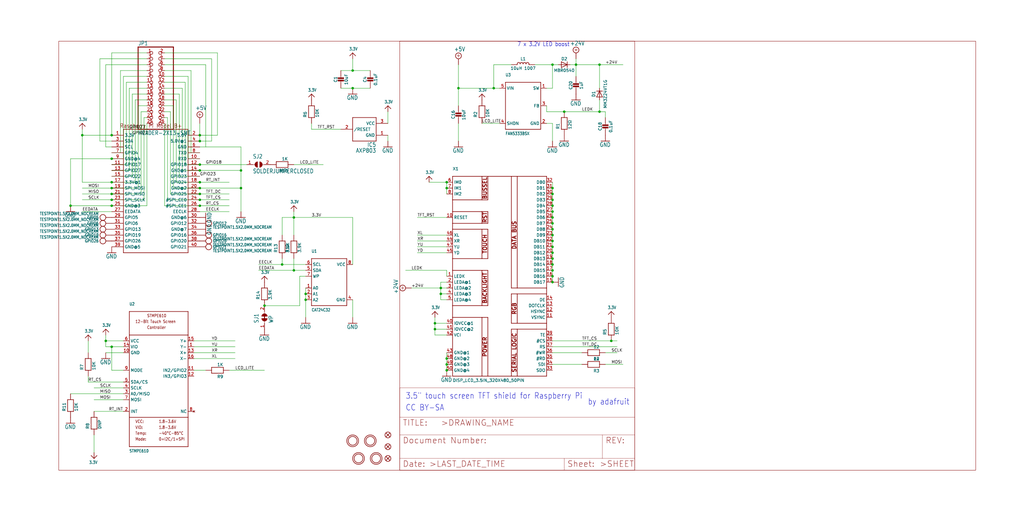
<source format=kicad_sch>
(kicad_sch (version 20211123) (generator eeschema)
  (paper "User" 442.544 224.663)
  (junction (at 238.76 91.44))
  (junction (at 48.26 86.36))
  (junction (at 132.08 129.54))
  (junction (at 86.36 81.28))
  (junction (at 121.92 114.3))
  (junction (at 187.96 139.7))
  (junction (at 104.14 81.28))
  (junction (at 238.76 101.6))
  (junction (at 48.26 78.74))
  (junction (at 238.76 83.82))
  (junction (at 213.36 38.1))
  (junction (at 238.76 106.68))
  (junction (at 48.26 88.9))
  (junction (at 45.72 147.32))
  (junction (at 198.12 38.1))
  (junction (at 264.16 147.32))
  (junction (at 238.76 96.52))
  (junction (at 193.04 160.02))
  (junction (at 238.76 119.38))
  (junction (at 238.76 114.3))
  (junction (at 86.36 60.96))
  (junction (at 238.76 88.9))
  (junction (at 238.76 104.14))
  (junction (at 238.76 93.98))
  (junction (at 86.36 83.82))
  (junction (at 238.76 111.76))
  (junction (at 127 93.98))
  (junction (at 152.4 30.48))
  (junction (at 193.04 154.94))
  (junction (at 30.48 88.9))
  (junction (at 48.26 149.86))
  (junction (at 193.04 81.28))
  (junction (at 127 116.84))
  (junction (at 86.36 73.66))
  (junction (at 238.76 99.06))
  (junction (at 48.26 81.28))
  (junction (at 86.36 78.74))
  (junction (at 259.08 48.26))
  (junction (at 193.04 78.74))
  (junction (at 238.76 109.22))
  (junction (at 114.3 132.08))
  (junction (at 104.14 73.66))
  (junction (at 35.56 58.42))
  (junction (at 190.5 127))
  (junction (at 86.36 86.36))
  (junction (at 248.92 27.94))
  (junction (at 238.76 86.36))
  (junction (at 187.96 142.24))
  (junction (at 86.36 58.42))
  (junction (at 238.76 121.92))
  (junction (at 48.26 58.42))
  (junction (at 86.36 71.12))
  (junction (at 132.08 127))
  (junction (at 238.76 27.94))
  (junction (at 190.5 124.46))
  (junction (at 243.84 48.26))
  (junction (at 48.26 68.58))
  (junction (at 259.08 27.94))
  (junction (at 86.36 88.9))
  (junction (at 48.26 83.82))
  (junction (at 238.76 81.28))
  (junction (at 238.76 116.84))
  (junction (at 193.04 157.48))
  (junction (at 152.4 38.1))
  (wire (pts (xy 91.44 25.4) (xy 71.12 25.4)))
  (wire (pts (xy 259.08 38.1) (xy 259.08 27.94)))
  (wire (pts (xy 238.76 104.14) (xy 238.76 106.68)))
  (wire (pts (xy 86.36 86.36) (xy 72.39 86.36)))
  (wire (pts (xy 48.26 160.02) (xy 48.26 149.86)))
  (wire (pts (xy 190.5 127) (xy 190.5 129.54)))
  (wire (pts (xy 231.14 27.94) (xy 238.76 27.94)))
  (wire (pts (xy 129.54 119.38) (xy 132.08 119.38)))
  (wire (pts (xy 193.04 109.22) (xy 180.34 109.22)))
  (wire (pts (xy 86.36 83.82) (xy 99.06 83.82)))
  (wire (pts (xy 243.84 48.26) (xy 259.08 48.26)))
  (wire (pts (xy 152.4 129.54) (xy 152.4 137.16)))
  (wire (pts (xy 82.55 66.04) (xy 82.55 30.48)))
  (wire (pts (xy 72.39 50.8) (xy 71.12 50.8)))
  (wire (pts (xy 127 91.44) (xy 127 93.98)))
  (wire (pts (xy 193.04 83.82) (xy 193.04 81.28)))
  (wire (pts (xy 248.92 25.4) (xy 248.92 27.94)))
  (wire (pts (xy 57.15 76.2) (xy 57.15 40.64)))
  (wire (pts (xy 238.76 119.38) (xy 238.76 121.92)))
  (wire (pts (xy 86.36 81.28) (xy 74.93 81.28)))
  (wire (pts (xy 48.26 78.74) (xy 35.56 78.74)))
  (wire (pts (xy 238.76 81.28) (xy 238.76 83.82)))
  (wire (pts (xy 77.47 40.64) (xy 71.12 40.64)))
  (wire (pts (xy 152.4 30.48) (xy 147.32 30.48)))
  (wire (pts (xy 83.82 149.86) (xy 101.6 149.86)))
  (wire (pts (xy 152.4 114.3) (xy 152.4 93.98)))
  (wire (pts (xy 104.14 81.28) (xy 104.14 91.44)))
  (wire (pts (xy 238.76 53.34) (xy 238.76 60.96)))
  (wire (pts (xy 190.5 127) (xy 193.04 127)))
  (wire (pts (xy 38.1 165.1) (xy 38.1 162.56)))
  (wire (pts (xy 238.76 83.82) (xy 238.76 86.36)))
  (wire (pts (xy 104.14 73.66) (xy 104.14 81.28)))
  (wire (pts (xy 45.72 152.4) (xy 53.34 152.4)))
  (wire (pts (xy 264.16 147.32) (xy 266.7 147.32)))
  (wire (pts (xy 198.12 38.1) (xy 198.12 27.94)))
  (wire (pts (xy 48.26 149.86) (xy 45.72 149.86)))
  (wire (pts (xy 193.04 152.4) (xy 193.04 154.94)))
  (wire (pts (xy 86.36 58.42) (xy 86.36 60.96)))
  (wire (pts (xy 193.04 124.46) (xy 190.5 124.46)))
  (wire (pts (xy 238.76 111.76) (xy 238.76 114.3)))
  (wire (pts (xy 86.36 53.34) (xy 86.36 58.42)))
  (wire (pts (xy 30.48 170.18) (xy 53.34 170.18)))
  (wire (pts (xy 261.62 157.48) (xy 269.24 157.48)))
  (wire (pts (xy 35.56 55.88) (xy 35.56 58.42)))
  (wire (pts (xy 48.26 83.82) (xy 60.96 83.82)))
  (wire (pts (xy 86.36 63.5) (xy 104.14 63.5)))
  (wire (pts (xy 71.12 38.1) (xy 78.74 38.1)))
  (wire (pts (xy 35.56 58.42) (xy 48.26 58.42)))
  (wire (pts (xy 71.12 43.18) (xy 76.2 43.18)))
  (wire (pts (xy 238.76 96.52) (xy 238.76 99.06)))
  (wire (pts (xy 86.36 71.12) (xy 80.01 71.12)))
  (wire (pts (xy 132.08 127) (xy 132.08 129.54)))
  (wire (pts (xy 48.26 66.04) (xy 52.07 66.04)))
  (wire (pts (xy 114.3 132.08) (xy 129.54 132.08)))
  (wire (pts (xy 54.61 35.56) (xy 63.5 35.56)))
  (wire (pts (xy 48.26 60.96) (xy 43.18 60.96)))
  (wire (pts (xy 238.76 27.94) (xy 241.3 27.94)))
  (wire (pts (xy 48.26 88.9) (xy 30.48 88.9)))
  (wire (pts (xy 259.08 27.94) (xy 269.24 27.94)))
  (wire (pts (xy 238.76 147.32) (xy 264.16 147.32)))
  (wire (pts (xy 86.36 71.12) (xy 106.68 71.12)))
  (wire (pts (xy 238.76 106.68) (xy 238.76 109.22)))
  (wire (pts (xy 152.4 25.4) (xy 152.4 30.48)))
  (wire (pts (xy 86.36 66.04) (xy 82.55 66.04)))
  (wire (pts (xy 83.82 154.94) (xy 101.6 154.94)))
  (wire (pts (xy 236.22 48.26) (xy 243.84 48.26)))
  (wire (pts (xy 132.08 129.54) (xy 132.08 137.16)))
  (wire (pts (xy 48.26 63.5) (xy 45.72 63.5)))
  (wire (pts (xy 132.08 114.3) (xy 121.92 114.3)))
  (wire (pts (xy 58.42 78.74) (xy 58.42 43.18)))
  (wire (pts (xy 40.64 167.64) (xy 53.34 167.64)))
  (wire (pts (xy 129.54 132.08) (xy 129.54 119.38)))
  (wire (pts (xy 45.72 144.78) (xy 45.72 147.32)))
  (wire (pts (xy 45.72 147.32) (xy 53.34 147.32)))
  (wire (pts (xy 238.76 99.06) (xy 238.76 101.6)))
  (wire (pts (xy 193.04 121.92) (xy 190.5 121.92)))
  (wire (pts (xy 160.02 30.48) (xy 152.4 30.48)))
  (wire (pts (xy 38.1 165.1) (xy 53.34 165.1)))
  (wire (pts (xy 83.82 160.02) (xy 88.9 160.02)))
  (wire (pts (xy 71.12 53.34) (xy 71.12 88.9)))
  (wire (pts (xy 259.08 43.18) (xy 259.08 48.26)))
  (wire (pts (xy 83.82 147.32) (xy 101.6 147.32)))
  (wire (pts (xy 73.66 83.82) (xy 86.36 83.82)))
  (wire (pts (xy 99.06 160.02) (xy 114.3 160.02)))
  (wire (pts (xy 238.76 149.86) (xy 266.7 149.86)))
  (wire (pts (xy 236.22 53.34) (xy 238.76 53.34)))
  (wire (pts (xy 74.93 45.72) (xy 71.12 45.72)))
  (wire (pts (xy 80.01 71.12) (xy 80.01 35.56)))
  (wire (pts (xy 59.69 45.72) (xy 63.5 45.72)))
  (wire (pts (xy 127 101.6) (xy 127 93.98)))
  (wire (pts (xy 52.07 66.04) (xy 52.07 30.48)))
  (wire (pts (xy 238.76 101.6) (xy 238.76 104.14)))
  (wire (pts (xy 251.46 152.4) (xy 238.76 152.4)))
  (wire (pts (xy 48.26 76.2) (xy 57.15 76.2)))
  (wire (pts (xy 82.55 30.48) (xy 71.12 30.48)))
  (wire (pts (xy 213.36 27.94) (xy 220.98 27.94)))
  (wire (pts (xy 187.96 142.24) (xy 187.96 139.7)))
  (wire (pts (xy 152.4 38.1) (xy 160.02 38.1)))
  (wire (pts (xy 48.26 81.28) (xy 59.69 81.28)))
  (wire (pts (xy 121.92 111.76) (xy 121.92 114.3)))
  (wire (pts (xy 63.5 88.9) (xy 63.5 53.34)))
  (wire (pts (xy 55.88 73.66) (xy 55.88 38.1)))
  (wire (pts (xy 62.23 50.8) (xy 63.5 50.8)))
  (wire (pts (xy 57.15 40.64) (xy 63.5 40.64)))
  (wire (pts (xy 43.18 60.96) (xy 43.18 25.4)))
  (wire (pts (xy 134.62 55.88) (xy 134.62 53.34)))
  (wire (pts (xy 193.04 93.98) (xy 180.34 93.98)))
  (wire (pts (xy 187.96 144.78) (xy 193.04 144.78)))
  (wire (pts (xy 86.36 78.74) (xy 99.06 78.74)))
  (wire (pts (xy 193.04 104.14) (xy 180.34 104.14)))
  (wire (pts (xy 238.76 109.22) (xy 238.76 111.76)))
  (wire (pts (xy 53.34 149.86) (xy 48.26 149.86)))
  (wire (pts (xy 35.56 78.74) (xy 35.56 58.42)))
  (wire (pts (xy 152.4 93.98) (xy 127 93.98)))
  (wire (pts (xy 40.64 195.58) (xy 40.64 187.96)))
  (wire (pts (xy 193.04 154.94) (xy 193.04 157.48)))
  (wire (pts (xy 259.08 48.26) (xy 261.62 48.26)))
  (wire (pts (xy 187.96 144.78) (xy 187.96 142.24)))
  (wire (pts (xy 48.26 71.12) (xy 54.61 71.12)))
  (wire (pts (xy 236.22 45.72) (xy 236.22 48.26)))
  (wire (pts (xy 111.76 116.84) (xy 127 116.84)))
  (wire (pts (xy 52.07 30.48) (xy 63.5 30.48)))
  (wire (pts (xy 104.14 63.5) (xy 104.14 73.66)))
  (wire (pts (xy 238.76 116.84) (xy 238.76 119.38)))
  (wire (pts (xy 127 111.76) (xy 127 116.84)))
  (wire (pts (xy 76.2 43.18) (xy 76.2 78.74)))
  (wire (pts (xy 71.12 22.86) (xy 93.98 22.86)))
  (wire (pts (xy 77.47 76.2) (xy 77.47 40.64)))
  (wire (pts (xy 86.36 91.44) (xy 99.06 91.44)))
  (wire (pts (xy 246.38 27.94) (xy 248.92 27.94)))
  (wire (pts (xy 238.76 78.74) (xy 238.76 81.28)))
  (wire (pts (xy 193.04 78.74) (xy 185.42 78.74)))
  (wire (pts (xy 48.26 73.66) (xy 55.88 73.66)))
  (wire (pts (xy 238.76 38.1) (xy 236.22 38.1)))
  (wire (pts (xy 93.98 58.42) (xy 86.36 58.42)))
  (wire (pts (xy 45.72 147.32) (xy 45.72 149.86)))
  (wire (pts (xy 83.82 152.4) (xy 101.6 152.4)))
  (wire (pts (xy 147.32 55.88) (xy 134.62 55.88)))
  (wire (pts (xy 53.34 177.8) (xy 40.64 177.8)))
  (wire (pts (xy 187.96 139.7) (xy 193.04 139.7)))
  (wire (pts (xy 48.26 81.28) (xy 35.56 81.28)))
  (wire (pts (xy 86.36 60.96) (xy 91.44 60.96)))
  (wire (pts (xy 215.9 38.1) (xy 213.36 38.1)))
  (wire (pts (xy 86.36 81.28) (xy 104.14 81.28)))
  (wire (pts (xy 78.74 38.1) (xy 78.74 73.66)))
  (wire (pts (xy 48.26 83.82) (xy 35.56 83.82)))
  (wire (pts (xy 58.42 43.18) (xy 63.5 43.18)))
  (wire (pts (xy 238.76 157.48) (xy 251.46 157.48)))
  (wire (pts (xy 38.1 152.4) (xy 38.1 147.32)))
  (wire (pts (xy 60.96 48.26) (xy 63.5 48.26)))
  (wire (pts (xy 86.36 73.66) (xy 104.14 73.66)))
  (wire (pts (xy 81.28 33.02) (xy 81.28 68.58)))
  (wire (pts (xy 86.36 88.9) (xy 99.06 88.9)))
  (wire (pts (xy 238.76 93.98) (xy 238.76 96.52)))
  (wire (pts (xy 71.12 27.94) (xy 88.9 27.94)))
  (wire (pts (xy 248.92 33.02) (xy 248.92 27.94)))
  (wire (pts (xy 48.26 91.44) (xy 35.56 91.44)))
  (wire (pts (xy 193.04 157.48) (xy 193.04 160.02)))
  (wire (pts (xy 91.44 60.96) (xy 91.44 25.4)))
  (wire (pts (xy 132.08 124.46) (xy 132.08 127)))
  (wire (pts (xy 127 71.12) (xy 139.7 71.12)))
  (wire (pts (xy 193.04 78.74) (xy 193.04 81.28)))
  (wire (pts (xy 213.36 38.1) (xy 213.36 27.94)))
  (wire (pts (xy 198.12 38.1) (xy 198.12 45.72)))
  (wire (pts (xy 193.04 116.84) (xy 193.04 119.38)))
  (wire (pts (xy 127 116.84) (xy 132.08 116.84)))
  (wire (pts (xy 55.88 38.1) (xy 63.5 38.1)))
  (wire (pts (xy 238.76 91.44) (xy 238.76 93.98)))
  (wire (pts (xy 147.32 38.1) (xy 152.4 38.1)))
  (wire (pts (xy 48.26 88.9) (xy 63.5 88.9)))
  (wire (pts (xy 60.96 83.82) (xy 60.96 48.26)))
  (wire (pts (xy 190.5 124.46) (xy 177.8 124.46)))
  (wire (pts (xy 193.04 101.6) (xy 180.34 101.6)))
  (wire (pts (xy 261.62 152.4) (xy 266.7 152.4)))
  (wire (pts (xy 71.12 48.26) (xy 73.66 48.26)))
  (wire (pts (xy 71.12 33.02) (xy 81.28 33.02)))
  (wire (pts (xy 93.98 22.86) (xy 93.98 58.42)))
  (wire (pts (xy 73.66 48.26) (xy 73.66 83.82)))
  (wire (pts (xy 62.23 86.36) (xy 62.23 50.8)))
  (wire (pts (xy 213.36 38.1) (xy 198.12 38.1)))
  (wire (pts (xy 45.72 63.5) (xy 45.72 27.94)))
  (wire (pts (xy 53.34 172.72) (xy 40.64 172.72)))
  (wire (pts (xy 167.64 58.42) (xy 167.64 60.96)))
  (wire (pts (xy 261.62 48.26) (xy 261.62 50.8)))
  (wire (pts (xy 190.5 124.46) (xy 190.5 127)))
  (wire (pts (xy 78.74 73.66) (xy 86.36 73.66)))
  (wire (pts (xy 248.92 27.94) (xy 259.08 27.94)))
  (wire (pts (xy 190.5 129.54) (xy 193.04 129.54)))
  (wire (pts (xy 59.69 81.28) (xy 59.69 45.72)))
  (wire (pts (xy 187.96 139.7) (xy 187.96 137.16)))
  (wire (pts (xy 48.26 78.74) (xy 58.42 78.74)))
  (wire (pts (xy 198.12 53.34) (xy 198.12 60.96)))
  (wire (pts (xy 215.9 53.34) (xy 208.28 53.34)))
  (wire (pts (xy 54.61 71.12) (xy 54.61 35.56)))
  (wire (pts (xy 71.12 88.9) (xy 86.36 88.9)))
  (wire (pts (xy 48.26 86.36) (xy 35.56 86.36)))
  (wire (pts (xy 48.26 68.58) (xy 30.48 68.58)))
  (wire (pts (xy 193.04 142.24) (xy 187.96 142.24)))
  (wire (pts (xy 238.76 27.94) (xy 238.76 38.1)))
  (wire (pts (xy 30.48 68.58) (xy 30.48 88.9)))
  (wire (pts (xy 48.26 86.36) (xy 62.23 86.36)))
  (wire (pts (xy 121.92 114.3) (xy 111.76 114.3)))
  (wire (pts (xy 86.36 86.36) (xy 99.06 86.36)))
  (wire (pts (xy 53.34 160.02) (xy 48.26 160.02)))
  (wire (pts (xy 48.26 22.86) (xy 63.5 22.86)))
  (wire (pts (xy 80.01 35.56) (xy 71.12 35.56)))
  (wire (pts (xy 238.76 88.9) (xy 238.76 91.44)))
  (wire (pts (xy 72.39 86.36) (xy 72.39 50.8)))
  (wire (pts (xy 121.92 93.98) (xy 121.92 101.6)))
  (wire (pts (xy 180.34 106.68) (xy 193.04 106.68)))
  (wire (pts (xy 88.9 27.94) (xy 88.9 63.5)))
  (wire (pts (xy 43.18 25.4) (xy 63.5 25.4)))
  (wire (pts (xy 175.26 116.84) (xy 193.04 116.84)))
  (wire (pts (xy 48.26 58.42) (xy 48.26 22.86)))
  (wire (pts (xy 86.36 76.2) (xy 77.47 76.2)))
  (wire (pts (xy 81.28 68.58) (xy 86.36 68.58)))
  (wire (pts (xy 238.76 86.36) (xy 238.76 88.9)))
  (wire (pts (xy 127 93.98) (xy 121.92 93.98)))
  (wire (pts (xy 53.34 68.58) (xy 53.34 33.02)))
  (wire (pts (xy 167.64 53.34) (xy 167.64 48.26)))
  (wire (pts (xy 48.26 68.58) (xy 53.34 68.58)))
  (wire (pts (xy 45.72 27.94) (xy 63.5 27.94)))
  (wire (pts (xy 76.2 78.74) (xy 86.36 78.74)))
  (wire (pts (xy 238.76 114.3) (xy 238.76 116.84)))
  (wire (pts (xy 53.34 33.02) (xy 63.5 33.02)))
  (wire (pts (xy 74.93 81.28) (xy 74.93 45.72)))
  (wire (pts (xy 190.5 121.92) (xy 190.5 124.46)))
  (text "CC BY-SA" (at 175.26 177.8 180) (effects (font (size 2.54 2.159)) (justify left bottom)))
  (text "3.5\" touch screen TFT shield for Raspberry Pi" (at 175.26 172.72 180) (effects (font (size 2.54 2.159)) (justify left bottom)))
  (text "by adafruit~{}" (at 254 175.26 180) (effects (font (size 2.54 2.159)) (justify left bottom)))
  (text "7 x 3.2V LED boost" (at 223.52 20.32 180) (effects (font (size 1.778 1.5113)) (justify left bottom)))
  (label "YU" (at 91.44 149.86 0) (effects (font (size 1.2446 1.2446))))
  (label "XL" (at 91.44 154.94 0) (effects (font (size 1.2446 1.2446))))
  (label "RT_CS" (at 38.1 165.1 0) (effects (font (size 1.2446 1.2446))))
  (label "XR" (at 180.34 104.14 0) (effects (font (size 1.2446 1.2446))))
  (label "MISO" (at 38.1 83.82 0) (effects (font (size 1.2446 1.2446))))
  (label "TFT_DC" (at 88.9 83.82 0) (effects (font (size 1.2446 1.2446))))
  (label "LCD_LITE" (at 129.54 71.12 0) (effects (font (size 1.2446 1.2446))))
  (label "3.3V" (at 134.62 93.98 0) (effects (font (size 1.2446 1.2446))))
  (label "EEDATA" (at 35.56 91.44 0) (effects (font (size 1.2446 1.2446))))
  (label "SCLK" (at 264.16 152.4 0) (effects (font (size 1.2446 1.2446))))
  (label "XR" (at 91.44 152.4 0) (effects (font (size 1.2446 1.2446))))
  (label "+24V" (at 177.8 124.46 0) (effects (font (size 1.2446 1.2446))))
  (label "LCD_LITE" (at 101.6 160.02 0) (effects (font (size 1.2446 1.2446))))
  (label "TFT_RST" (at 137.16 55.88 0) (effects (font (size 1.2446 1.2446))))
  (label "GPIO18" (at 88.9 71.12 0) (effects (font (size 1.2446 1.2446))))
  (label "+24V" (at 261.62 27.94 0) (effects (font (size 1.2446 1.2446))))
  (label "MOSI" (at 264.16 157.48 0) (effects (font (size 1.2446 1.2446))))
  (label "LEDK" (at 177.8 116.84 0) (effects (font (size 1.2446 1.2446))))
  (label "EECLK" (at 88.9 91.44 0) (effects (font (size 1.2446 1.2446))))
  (label "GPIO27" (at 55.88 55.88 0) (effects (font (size 1.2446 1.2446))))
  (label "LCD_LITE" (at 208.28 53.34 0) (effects (font (size 1.2446 1.2446))))
  (label "TFT_CS" (at 88.9 86.36 0) (effects (font (size 1.2446 1.2446))))
  (label "RT_CS" (at 88.9 88.9 0) (effects (font (size 1.2446 1.2446))))
  (label "TFT_DC" (at 251.46 149.86 0) (effects (font (size 1.2446 1.2446))))
  (label "XL" (at 180.34 101.6 0) (effects (font (size 1.2446 1.2446))))
  (label "EECLK" (at 111.76 114.3 0) (effects (font (size 1.2446 1.2446))))
  (label "MISO" (at 43.18 170.18 0) (effects (font (size 1.2446 1.2446))))
  (label "LEDK" (at 251.46 48.26 0) (effects (font (size 1.2446 1.2446))))
  (label "SCLK" (at 38.1 86.36 0) (effects (font (size 1.2446 1.2446))))
  (label "EEDATA" (at 111.76 116.84 0) (effects (font (size 1.2446 1.2446))))
  (label "MOSI" (at 43.18 172.72 0) (effects (font (size 1.2446 1.2446))))
  (label "MOSI" (at 38.1 81.28 0) (effects (font (size 1.2446 1.2446))))
  (label "YU" (at 180.34 106.68 0) (effects (font (size 1.2446 1.2446))))
  (label "YD" (at 91.44 147.32 0) (effects (font (size 1.2446 1.2446))))
  (label "RT_INT" (at 46.99 177.8 0) (effects (font (size 1.2446 1.2446))))
  (label "SCLK" (at 43.18 167.64 0) (effects (font (size 1.2446 1.2446))))
  (label "RT_INT" (at 88.9 78.74 0) (effects (font (size 1.2446 1.2446))))
  (label "TFT_RST" (at 180.34 93.98 0) (effects (font (size 1.2446 1.2446))))
  (label "YD" (at 180.34 109.22 0) (effects (font (size 1.2446 1.2446))))
  (label "GPIO23" (at 86.36 76.2 0) (effects (font (size 1.2446 1.2446))))
  (label "GPIO22" (at 57.15 58.42 0) (effects (font (size 1.2446 1.2446))))
  (label "TFT_CS" (at 251.46 147.32 0) (effects (font (size 1.2446 1.2446))))
  (symbol (lib_id "schematicEagle-eagle-import:FIDUCIAL{dblquote}{dblquote}") (at 167.64 187.96 0) (unit 1)
    (property "Reference" "U$10" (effects hide))
    (property "Value" "FIDUCIAL{dblquote}{dblquote}" (effects hide))
    (property "Footprint" "schematicEagle:FIDUCIAL_1MM" (effects hide))
  )
  (symbol (lib_id "schematicEagle-eagle-import:3.3V") (at 264.16 134.62 0) (unit 1)
    (property "Reference" "#U$31" (effects hide))
    (property "Value" "3.3V" (at 262.636 133.604 0) (effects (font (size 1.27 1.0795)) (justify left bottom)))
    (property "Footprint" "schematicEagle:" (effects hide))
  )
  (symbol (lib_id "schematicEagle-eagle-import:FAN5331") (at 226.06 45.72 0) (unit 1)
    (property "Reference" "U3" (at 218.44 33.02 0) (effects (font (size 1.27 1.0795)) (justify left bottom)))
    (property "Value" "FAN5333BSX" (at 218.44 58.42 0) (effects (font (size 1.27 1.0795)) (justify left bottom)))
    (property "Footprint" "schematicEagle:SOT23-5@1" (effects hide))
  )
  (symbol (lib_id "schematicEagle-eagle-import:DISP_LCD_3.5IN_320X480_50PIN") (at 215.9 116.84 0) (unit 1)
    (property "Reference" "X1" (at 195.58 73.66 0) (effects (justify left bottom)))
    (property "Value" "DISP_LCD_3.5IN_320X480_50PIN" (at 195.58 165.1 0) (effects (justify left bottom)))
    (property "Footprint" "schematicEagle:TFT_3.5IN_320X480_50PIN" (effects hide))
  )
  (symbol (lib_id "schematicEagle-eagle-import:INDUCTOR") (at 226.06 27.94 0) (unit 1)
    (property "Reference" "L1" (at 226.06 25.4 0))
    (property "Value" "10uH 1007" (at 226.06 29.48 0))
    (property "Footprint" "schematicEagle:INDUCTOR_1007" (effects hide))
  )
  (symbol (lib_id "schematicEagle-eagle-import:RESISTOR0805_NOOUTLINE") (at 243.84 53.34 90) (unit 1)
    (property "Reference" "R1" (at 241.808 55.88 0) (effects (justify left bottom)))
    (property "Value" "12Ω" (at 247.015 55.88 0) (effects (justify left bottom)))
    (property "Footprint" "schematicEagle:0805-NO" (effects hide))
  )
  (symbol (lib_id "schematicEagle-eagle-import:+5V") (at 198.12 25.4 0) (unit 1)
    (property "Reference" "#SUPPLY4" (effects hide))
    (property "Value" "+5V" (at 196.215 22.225 0) (effects (font (size 1.778 1.5113)) (justify left bottom)))
    (property "Footprint" "schematicEagle:" (effects hide))
  )
  (symbol (lib_id "schematicEagle-eagle-import:GND") (at 248.92 43.18 0) (unit 1)
    (property "Reference" "#U$29" (effects hide))
    (property "Value" "GND" (at 246.38 45.72 0) (effects (font (size 1.778 1.5113)) (justify left bottom)))
    (property "Footprint" "schematicEagle:" (effects hide))
  )
  (symbol (lib_id "schematicEagle-eagle-import:TESTPOINT1.5X2.0MM_NOCREAM") (at 86.36 96.52 270) (unit 1)
    (property "Reference" "GPIO12" (at 91.948 96.52 90) (effects (font (size 1.27 1.0795)) (justify left)))
    (property "Value" "TESTPOINT1.5X2.0MM_NOCREAM" (at 91.948 98.171 90) (effects (font (size 1.27 1.0795)) (justify left)))
    (property "Footprint" "schematicEagle:PAD-1.5X2.0" (effects hide))
  )
  (symbol (lib_id "schematicEagle-eagle-import:3.3V") (at 208.28 40.64 0) (unit 1)
    (property "Reference" "#U$13" (effects hide))
    (property "Value" "3.3V" (at 206.756 39.624 0) (effects (font (size 1.27 1.0795)) (justify left bottom)))
    (property "Footprint" "schematicEagle:" (effects hide))
  )
  (symbol (lib_id "schematicEagle-eagle-import:RESISTOR_0805MP") (at 93.98 160.02 180) (unit 1)
    (property "Reference" "R9" (at 96.52 162.052 0) (effects (justify left bottom)))
    (property "Value" "1K" (at 96.52 156.845 0) (effects (justify left bottom)))
    (property "Footprint" "schematicEagle:_0805MP" (effects hide))
  )
  (symbol (lib_id "schematicEagle-eagle-import:RESISTOR0805_NOOUTLINE") (at 40.64 182.88 90) (unit 1)
    (property "Reference" "R8" (at 38.608 185.42 0) (effects (justify left bottom)))
    (property "Value" "DNP" (at 43.815 185.42 0) (effects (justify left bottom)))
    (property "Footprint" "schematicEagle:0805-NO" (effects hide))
  )
  (symbol (lib_id "schematicEagle-eagle-import:TESTPOINT1.5X2.0MM_NOCREAM") (at 86.36 104.14 270) (unit 1)
    (property "Reference" "GPIO20" (at 91.948 104.14 90) (effects (font (size 1.27 1.0795)) (justify left)))
    (property "Value" "TESTPOINT1.5X2.0MM_NOCREAM" (at 91.948 105.791 90) (effects (font (size 1.27 1.0795)) (justify left)))
    (property "Footprint" "schematicEagle:PAD-1.5X2.0" (effects hide))
  )
  (symbol (lib_id "schematicEagle-eagle-import:RESISTOR0805_NOOUTLINE") (at 114.3 127 90) (unit 1)
    (property "Reference" "R14" (at 112.268 129.54 0) (effects (justify left bottom)))
    (property "Value" "3.9K" (at 117.475 129.54 0) (effects (justify left bottom)))
    (property "Footprint" "schematicEagle:0805-NO" (effects hide))
  )
  (symbol (lib_id "schematicEagle-eagle-import:3.3V") (at 134.62 40.64 0) (unit 1)
    (property "Reference" "#U$22" (effects hide))
    (property "Value" "3.3V" (at 133.096 39.624 0) (effects (font (size 1.27 1.0795)) (justify left bottom)))
    (property "Footprint" "schematicEagle:" (effects hide))
  )
  (symbol (lib_id "schematicEagle-eagle-import:TESTPOINT1.5X2.0MM_NOCREAM") (at 48.26 93.98 90) (unit 1)
    (property "Reference" "GPIO5" (at 42.672 93.98 90) (effects (font (size 1.27 1.0795)) (justify left)))
    (property "Value" "TESTPOINT1.5X2.0MM_NOCREAM" (at 42.672 92.329 90) (effects (font (size 1.27 1.0795)) (justify left)))
    (property "Footprint" "schematicEagle:PAD-1.5X2.0" (effects hide))
  )
  (symbol (lib_id "schematicEagle-eagle-import:MOUNTINGHOLE2.5_THICK") (at 160.02 190.5 0) (unit 1)
    (property "Reference" "U$15" (effects hide))
    (property "Value" "MOUNTINGHOLE2.5_THICK" (effects hide))
    (property "Footprint" "schematicEagle:MOUNTINGHOLE_2.5_PLATED_THICK" (effects hide))
  )
  (symbol (lib_id "schematicEagle-eagle-import:3.3V") (at 45.72 142.24 0) (unit 1)
    (property "Reference" "#U$4" (effects hide))
    (property "Value" "3.3V" (at 44.196 141.224 0) (effects (font (size 1.27 1.0795)) (justify left bottom)))
    (property "Footprint" "schematicEagle:" (effects hide))
  )
  (symbol (lib_id "schematicEagle-eagle-import:GND") (at 238.76 63.5 0) (unit 1)
    (property "Reference" "#U$25" (effects hide))
    (property "Value" "GND" (at 236.22 66.04 0) (effects (font (size 1.778 1.5113)) (justify left bottom)))
    (property "Footprint" "schematicEagle:" (effects hide))
  )
  (symbol (lib_id "schematicEagle-eagle-import:RESISTOR0805_NOOUTLINE") (at 134.62 48.26 90) (unit 1)
    (property "Reference" "R6" (at 132.588 50.8 0) (effects (justify left bottom)))
    (property "Value" "10K" (at 137.795 50.8 0) (effects (justify left bottom)))
    (property "Footprint" "schematicEagle:0805-NO" (effects hide))
  )
  (symbol (lib_id "schematicEagle-eagle-import:AXP083-SAG") (at 157.48 55.88 0) (mirror y) (unit 1)
    (property "Reference" "IC5" (at 162.56 63.5 0) (effects (font (size 1.778 1.5113)) (justify left bottom)))
    (property "Value" "AXP803" (at 162.56 66.04 0) (effects (font (size 1.778 1.5113)) (justify left bottom)))
    (property "Footprint" "schematicEagle:SOT23" (effects hide))
  )
  (symbol (lib_id "schematicEagle-eagle-import:TESTPOINT1.5X2.0MM_NOCREAM") (at 86.36 106.68 270) (unit 1)
    (property "Reference" "GPIO21" (at 91.948 106.68 90) (effects (font (size 1.27 1.0795)) (justify left)))
    (property "Value" "TESTPOINT1.5X2.0MM_NOCREAM" (at 91.948 108.331 90) (effects (font (size 1.27 1.0795)) (justify left)))
    (property "Footprint" "schematicEagle:PAD-1.5X2.0" (effects hide))
  )
  (symbol (lib_id "schematicEagle-eagle-import:GND") (at 167.64 63.5 0) (unit 1)
    (property "Reference" "#U$14" (effects hide))
    (property "Value" "GND" (at 165.1 66.04 0) (effects (font (size 1.778 1.5113)) (justify left bottom)))
    (property "Footprint" "schematicEagle:" (effects hide))
  )
  (symbol (lib_id "schematicEagle-eagle-import:GND") (at 30.48 182.88 0) (unit 1)
    (property "Reference" "#U$2" (effects hide))
    (property "Value" "GND" (at 27.94 185.42 0) (effects (font (size 1.778 1.5113)) (justify left bottom)))
    (property "Footprint" "schematicEagle:" (effects hide))
  )
  (symbol (lib_id "schematicEagle-eagle-import:LETTER_L") (at 25.4 203.2 0) (unit 1)
    (property "Reference" "#FRAME1" (effects hide))
    (property "Value" "LETTER_L" (effects hide))
    (property "Footprint" "schematicEagle:" (effects hide))
  )
  (symbol (lib_id "schematicEagle-eagle-import:RESISTOR0805_NOOUTLINE") (at 121.92 71.12 180) (unit 1)
    (property "Reference" "R10" (at 124.46 73.152 0) (effects (justify left bottom)))
    (property "Value" "1K" (at 124.46 67.945 0) (effects (justify left bottom)))
    (property "Footprint" "schematicEagle:0805-NO" (effects hide))
  )
  (symbol (lib_id "schematicEagle-eagle-import:RASPBERRYPI_BPLUS_SMT") (at 66.04 78.74 0) (unit 1)
    (property "Reference" "RPI1" (effects hide))
    (property "Value" "RASPBERRYPI_BPLUS_SMT" (effects hide))
    (property "Footprint" "schematicEagle:RASPBERRYPI_BPLUS_SHIELD_SMT" (effects hide))
  )
  (symbol (lib_id "schematicEagle-eagle-import:GND") (at 152.4 139.7 0) (unit 1)
    (property "Reference" "#GND4" (effects hide))
    (property "Value" "GND" (at 149.86 142.24 0) (effects (font (size 1.778 1.5113)) (justify left bottom)))
    (property "Footprint" "schematicEagle:" (effects hide))
  )
  (symbol (lib_id "schematicEagle-eagle-import:EEPROM_I2C_SOIC8_GENERIC") (at 142.24 121.92 0) (unit 1)
    (property "Reference" "U1" (at 134.62 109.22 0) (effects (font (size 1.27 1.0795)) (justify left bottom)))
    (property "Value" "CAT24C32" (at 134.62 134.62 0) (effects (font (size 1.27 1.0795)) (justify left bottom)))
    (property "Footprint" "schematicEagle:SOIC8_150MIL" (effects hide))
  )
  (symbol (lib_id "schematicEagle-eagle-import:MOUNTINGHOLE2.5_THICK") (at 154.94 198.12 0) (unit 1)
    (property "Reference" "U$17" (effects hide))
    (property "Value" "MOUNTINGHOLE2.5_THICK" (effects hide))
    (property "Footprint" "schematicEagle:MOUNTINGHOLE_2.5_PLATED_THICK" (effects hide))
    (property "Value" "MOUNTINGHOLE2.5_THICK" (effects hide))
  )
  (symbol (lib_id "schematicEagle-eagle-import:GND") (at 198.12 63.5 0) (unit 1)
    (property "Reference" "#U$24" (effects hide))
    (property "Value" "GND" (at 195.58 66.04 0) (effects (font (size 1.778 1.5113)) (justify left bottom)))
    (property "Footprint" "schematicEagle:" (effects hide))
  )
  (symbol (lib_id "schematicEagle-eagle-import:CAP_CERAMIC0805-NOOUTLINE") (at 147.32 35.56 0) (unit 1)
    (property "Reference" "C1" (at 145.03 34.31 90))
    (property "Value" "10uF" (at 149.62 34.31 90))
    (property "Footprint" "schematicEagle:0805-NO" (effects hide))
  )
  (symbol (lib_id "schematicEagle-eagle-import:CAP_CERAMIC_0805MP") (at 248.92 38.1 0) (unit 1)
    (property "Reference" "C20" (at 246.63 36.85 90))
    (property "Value" "1uF" (at 251.22 36.85 90))
    (property "Footprint" "schematicEagle:_0805MP" (effects hide))
  )
  (symbol (lib_id "schematicEagle-eagle-import:CAP_CERAMIC0805-NOOUTLINE") (at 261.62 55.88 0) (unit 1)
    (property "Reference" "C18" (at 259.33 54.63 90))
    (property "Value" "0.1uF" (at 263.92 54.63 90))
    (property "Footprint" "schematicEagle:0805-NO" (effects hide))
  )
  (symbol (lib_id "schematicEagle-eagle-import:GND") (at 261.62 60.96 0) (unit 1)
    (property "Reference" "#U$27" (effects hide))
    (property "Value" "GND" (at 259.08 63.5 0) (effects (font (size 1.778 1.5113)) (justify left bottom)))
    (property "Footprint" "schematicEagle:" (effects hide))
  )
  (symbol (lib_id "schematicEagle-eagle-import:GND") (at 88.9 99.06 90) (unit 1)
    (property "Reference" "#U$37" (effects hide))
    (property "Value" "GND" (at 91.44 101.6 0) (effects (font (size 1.778 1.5113)) (justify left bottom)))
    (property "Footprint" "schematicEagle:" (effects hide))
  )
  (symbol (lib_id "schematicEagle-eagle-import:+24V") (at 175.26 124.46 90) (unit 1)
    (property "Reference" "#SUPPLY1" (effects hide))
    (property "Value" "+24V" (at 172.085 127 0) (effects (font (size 1.778 1.5113)) (justify left bottom)))
    (property "Footprint" "schematicEagle:" (effects hide))
  )
  (symbol (lib_id "schematicEagle-eagle-import:3.3V") (at 35.56 53.34 0) (unit 1)
    (property "Reference" "#U$33" (effects hide))
    (property "Value" "3.3V" (at 34.036 52.324 0) (effects (font (size 1.27 1.0795)) (justify left bottom)))
    (property "Footprint" "schematicEagle:" (effects hide))
  )
  (symbol (lib_id "schematicEagle-eagle-import:SOLDERJUMPERCLOSED") (at 111.76 71.12 0) (unit 1)
    (property "Reference" "SJ2" (at 109.22 68.58 0) (effects (font (size 1.778 1.5113)) (justify left bottom)))
    (property "Value" "SOLDERJUMPERCLOSED" (at 109.22 74.93 0) (effects (font (size 1.778 1.5113)) (justify left bottom)))
    (property "Footprint" "schematicEagle:SOLDERJUMPER_CLOSEDWIRE" (effects hide))
  )
  (symbol (lib_id "schematicEagle-eagle-import:TESTPOINT1.5X2.0MM_NOCREAM") (at 48.26 96.52 90) (unit 1)
    (property "Reference" "GPIO6" (at 42.672 96.52 90) (effects (font (size 1.27 1.0795)) (justify left)))
    (property "Value" "TESTPOINT1.5X2.0MM_NOCREAM" (at 42.672 94.869 90) (effects (font (size 1.27 1.0795)) (justify left)))
    (property "Footprint" "schematicEagle:PAD-1.5X2.0" (effects hide))
  )
  (symbol (lib_id "schematicEagle-eagle-import:GND") (at 104.14 93.98 0) (unit 1)
    (property "Reference" "#U$9" (effects hide))
    (property "Value" "GND" (at 101.6 96.52 0) (effects (font (size 1.778 1.5113)) (justify left bottom)))
    (property "Footprint" "schematicEagle:" (effects hide))
  )
  (symbol (lib_id "schematicEagle-eagle-import:MOUNTINGHOLE2.5_THICK") (at 152.4 190.5 0) (unit 1)
    (property "Reference" "U$16" (effects hide))
    (property "Value" "MOUNTINGHOLE2.5_THICK" (effects hide))
    (property "Footprint" "schematicEagle:MOUNTINGHOLE_2.5_PLATED_THICK" (effects hide))
  )
  (symbol (lib_id "schematicEagle-eagle-import:GND") (at 132.08 139.7 0) (unit 1)
    (property "Reference" "#GND3" (effects hide))
    (property "Value" "GND" (at 129.54 142.24 0) (effects (font (size 1.778 1.5113)) (justify left bottom)))
    (property "Footprint" "schematicEagle:" (effects hide))
  )
  (symbol (lib_id "schematicEagle-eagle-import:TESTPOINT1.5X2.0MM_NOCREAM") (at 86.36 101.6 270) (unit 1)
    (property "Reference" "GPIO16" (at 91.948 101.6 90) (effects (font (size 1.27 1.0795)) (justify left)))
    (property "Value" "TESTPOINT1.5X2.0MM_NOCREAM" (at 91.948 103.251 90) (effects (font (size 1.27 1.0795)) (justify left)))
    (property "Footprint" "schematicEagle:PAD-1.5X2.0" (effects hide))
  )
  (symbol (lib_id "schematicEagle-eagle-import:DIODESMA") (at 259.08 40.64 90) (unit 1)
    (property "Reference" "D1" (at 256.54 40.64 0))
    (property "Value" "MM3Z24VT1G" (at 261.58 40.64 0))
    (property "Footprint" "schematicEagle:SMADIODE" (effects hide))
  )
  (symbol (lib_id "schematicEagle-eagle-import:RESISTOR_0805MP") (at 256.54 157.48 180) (unit 1)
    (property "Reference" "R3" (at 259.08 159.512 0) (effects (justify left bottom)))
    (property "Value" "12" (at 259.08 154.305 0) (effects (justify left bottom)))
    (property "Footprint" "schematicEagle:_0805MP" (effects hide))
  )
  (symbol (lib_id "schematicEagle-eagle-import:GND") (at 30.48 91.44 0) (unit 1)
    (property "Reference" "#U$12" (effects hide))
    (property "Value" "GND" (at 27.94 93.98 0) (effects (font (size 1.778 1.5113)) (justify left bottom)))
    (property "Footprint" "schematicEagle:" (effects hide))
  )
  (symbol (lib_id "schematicEagle-eagle-import:3.3V") (at 40.64 198.12 180) (unit 1)
    (property "Reference" "#U$3" (effects hide))
    (property "Value" "3.3V" (at 42.164 199.136 0) (effects (font (size 1.27 1.0795)) (justify left bottom)))
    (property "Footprint" "schematicEagle:" (effects hide))
  )
  (symbol (lib_id "schematicEagle-eagle-import:RESISTOR0805_NOOUTLINE") (at 38.1 157.48 90) (unit 1)
    (property "Reference" "R7" (at 36.068 160.02 0) (effects (justify left bottom)))
    (property "Value" "10K" (at 41.275 160.02 0) (effects (justify left bottom)))
    (property "Footprint" "schematicEagle:0805-NO" (effects hide))
  )
  (symbol (lib_id "schematicEagle-eagle-import:CAP_CERAMIC0805-NOOUTLINE") (at 198.12 50.8 0) (unit 1)
    (property "Reference" "C16" (at 195.83 49.55 90))
    (property "Value" "10uF" (at 200.42 49.55 90))
    (property "Footprint" "schematicEagle:0805-NO" (effects hide))
  )
  (symbol (lib_id "schematicEagle-eagle-import:HEADER-2X13-SMT") (at 68.58 38.1 0) (unit 1)
    (property "Reference" "JP1" (at 59.69 19.685 0) (effects (font (size 1.778 1.5113)) (justify left bottom)))
    (property "Value" "HEADER-2X13-SMT" (at 59.69 58.42 0) (effects (font (size 1.778 1.5113)) (justify left bottom)))
    (property "Footprint" "schematicEagle:2X13_SMT_MALE" (effects hide))
  )
  (symbol (lib_id "schematicEagle-eagle-import:3.3V") (at 127 88.9 0) (unit 1)
    (property "Reference" "#U$34" (effects hide))
    (property "Value" "3.3V" (at 125.476 87.884 0) (effects (font (size 1.27 1.0795)) (justify left bottom)))
    (property "Footprint" "schematicEagle:" (effects hide))
  )
  (symbol (lib_id "schematicEagle-eagle-import:3.3V") (at 114.3 119.38 0) (unit 1)
    (property "Reference" "#U$35" (effects hide))
    (property "Value" "3.3V" (at 112.776 118.364 0) (effects (font (size 1.27 1.0795)) (justify left bottom)))
    (property "Footprint" "schematicEagle:" (effects hide))
  )
  (symbol (lib_id "schematicEagle-eagle-import:GND") (at 193.04 162.56 0) (unit 1)
    (property "Reference" "#U$8" (effects hide))
    (property "Value" "GND" (at 190.5 165.1 0) (effects (font (size 1.778 1.5113)) (justify left bottom)))
    (property "Footprint" "schematicEagle:" (effects hide))
  )
  (symbol (lib_id "schematicEagle-eagle-import:GND") (at 243.84 60.96 0) (unit 1)
    (property "Reference" "#U$6" (effects hide))
    (property "Value" "GND" (at 241.3 63.5 0) (effects (font (size 1.778 1.5113)) (justify left bottom)))
    (property "Footprint" "schematicEagle:" (effects hide))
  )
  (symbol (lib_id "schematicEagle-eagle-import:LETTER_L") (at 172.72 203.2 0) (unit 2)
    (property "Reference" "#FRAME1" (effects hide))
    (property "Value" "LETTER_L" (effects hide))
    (property "Footprint" "schematicEagle:" (effects hide))
  )
  (symbol (lib_id "schematicEagle-eagle-import:STMPE610") (at 68.58 165.1 0) (unit 1)
    (property "Reference" "U2" (at 55.88 132.08 0) (effects (font (size 1.27 1.0795)) (justify left bottom)))
    (property "Value" "STMPE610" (at 55.88 195.58 0) (effects (font (size 1.27 1.0795)) (justify left bottom)))
    (property "Footprint" "schematicEagle:QFN16_3MM" (effects hide))
  )
  (symbol (lib_id "schematicEagle-eagle-import:MOUNTINGHOLE2.5_THICK") (at 162.56 198.12 0) (unit 1)
    (property "Reference" "U$20" (effects hide))
    (property "Value" "MOUNTINGHOLE2.5_THICK" (effects hide))
    (property "Footprint" "schematicEagle:MOUNTINGHOLE_2.5_PLATED_THICK" (effects hide))
    (property "Value" "MOUNTINGHOLE2.5_THICK" (effects hide))
  )
  (symbol (lib_id "schematicEagle-eagle-import:+5V") (at 86.36 50.8 0) (unit 1)
    (property "Reference" "#SUPPLY6" (effects hide))
    (property "Value" "+5V" (at 84.455 47.625 0) (effects (font (size 1.778 1.5113)) (justify left bottom)))
    (property "Footprint" "schematicEagle:" (effects hide))
  )
  (symbol (lib_id "schematicEagle-eagle-import:CAP_CERAMIC0805-NOOUTLINE") (at 160.02 35.56 0) (unit 1)
    (property "Reference" "C4" (at 157.73 34.31 90))
    (property "Value" "0.1uF" (at 162.32 34.31 90))
    (property "Footprint" "schematicEagle:0805-NO" (effects hide))
  )
  (symbol (lib_id "schematicEagle-eagle-import:GND") (at 241.3 121.92 90) (unit 1)
    (property "Reference" "#U$1" (effects hide))
    (property "Value" "GND" (at 243.84 124.46 0) (effects (font (size 1.778 1.5113)) (justify left bottom)))
    (property "Footprint" "schematicEagle:" (effects hide))
  )
  (symbol (lib_id "schematicEagle-eagle-import:RESISTOR0805_NOOUTLINE") (at 127 106.68 90) (unit 1)
    (property "Reference" "R12" (at 124.968 109.22 0) (effects (justify left bottom)))
    (property "Value" "3.9K" (at 130.175 109.22 0) (effects (justify left bottom)))
    (property "Footprint" "schematicEagle:0805-NO" (effects hide))
  )
  (symbol (lib_id "schematicEagle-eagle-import:3.3V") (at 152.4 22.86 0) (unit 1)
    (property "Reference" "#U$26" (effects hide))
    (property "Value" "3.3V" (at 150.876 21.844 0) (effects (font (size 1.27 1.0795)) (justify left bottom)))
    (property "Footprint" "schematicEagle:" (effects hide))
  )
  (symbol (lib_id "schematicEagle-eagle-import:TESTPOINT1.5X2.0MM_NOCREAM") (at 48.26 104.14 90) (unit 1)
    (property "Reference" "GPIO26" (at 42.672 104.14 90) (effects (font (size 1.27 1.0795)) (justify left)))
    (property "Value" "TESTPOINT1.5X2.0MM_NOCREAM" (at 42.672 102.489 90) (effects (font (size 1.27 1.0795)) (justify left)))
    (property "Footprint" "schematicEagle:PAD-1.5X2.0" (effects hide))
  )
  (symbol (lib_id "schematicEagle-eagle-import:RESISTOR0805_NOOUTLINE") (at 30.48 175.26 90) (unit 1)
    (property "Reference" "R11" (at 28.448 177.8 0) (effects (justify left bottom)))
    (property "Value" "10K" (at 33.655 177.8 0) (effects (justify left bottom)))
    (property "Footprint" "schematicEagle:0805-NO" (effects hide))
  )
  (symbol (lib_id "schematicEagle-eagle-import:RESISTOR0805_NOOUTLINE") (at 264.16 142.24 90) (unit 1)
    (property "Reference" "R5" (at 262.128 144.78 0) (effects (justify left bottom)))
    (property "Value" "10K" (at 267.335 144.78 0) (effects (justify left bottom)))
    (property "Footprint" "schematicEagle:0805-NO" (effects hide))
  )
  (symbol (lib_id "schematicEagle-eagle-import:GND") (at 114.3 144.78 0) (unit 1)
    (property "Reference" "#GND5" (effects hide))
    (property "Value" "GND" (at 111.76 147.32 0) (effects (font (size 1.778 1.5113)) (justify left bottom)))
    (property "Footprint" "schematicEagle:" (effects hide))
  )
  (symbol (lib_id "schematicEagle-eagle-import:GND") (at 88.9 93.98 90) (unit 1)
    (property "Reference" "#U$38" (effects hide))
    (property "Value" "GND" (at 91.44 96.52 0) (effects (font (size 1.778 1.5113)) (justify left bottom)))
    (property "Footprint" "schematicEagle:" (effects hide))
  )
  (symbol (lib_id "schematicEagle-eagle-import:3.3V") (at 38.1 144.78 0) (unit 1)
    (property "Reference" "#U$21" (effects hide))
    (property "Value" "3.3V" (at 36.576 143.764 0) (effects (font (size 1.27 1.0795)) (justify left bottom)))
    (property "Footprint" "schematicEagle:" (effects hide))
  )
  (symbol (lib_id "schematicEagle-eagle-import:RESISTOR0805_NOOUTLINE") (at 208.28 48.26 90) (unit 1)
    (property "Reference" "R2" (at 206.248 50.8 0) (effects (justify left bottom)))
    (property "Value" "10K" (at 211.455 50.8 0) (effects (justify left bottom)))
    (property "Footprint" "schematicEagle:0805-NO" (effects hide))
  )
  (symbol (lib_id "schematicEagle-eagle-import:3.3V") (at 167.64 45.72 0) (unit 1)
    (property "Reference" "#U$28" (effects hide))
    (property "Value" "3.3V" (at 166.116 44.704 0) (effects (font (size 1.27 1.0795)) (justify left bottom)))
    (property "Footprint" "schematicEagle:" (effects hide))
  )
  (symbol (lib_id "schematicEagle-eagle-import:TESTPOINT1.5X2.0MM_NOCREAM") (at 48.26 101.6 90) (unit 1)
    (property "Reference" "GPIO19" (at 42.672 101.6 90) (effects (font (size 1.27 1.0795)) (justify left)))
    (property "Value" "TESTPOINT1.5X2.0MM_NOCREAM" (at 42.672 99.949 90) (effects (font (size 1.27 1.0795)) (justify left)))
    (property "Footprint" "schematicEagle:PAD-1.5X2.0" (effects hide))
  )
  (symbol (lib_id "schematicEagle-eagle-import:3.3V") (at 185.42 76.2 0) (unit 1)
    (property "Reference" "#U$30" (effects hide))
    (property "Value" "3.3V" (at 183.896 75.184 0) (effects (font (size 1.27 1.0795)) (justify left bottom)))
    (property "Footprint" "schematicEagle:" (effects hide))
  )
  (symbol (lib_id "schematicEagle-eagle-import:SOLDERJUMPER_CLOSED") (at 114.3 137.16 90) (unit 1)
    (property "Reference" "SJ1" (at 111.76 139.7 0) (effects (font (size 1.778 1.5113)) (justify left bottom)))
    (property "Value" "WP" (at 118.11 139.7 0) (effects (font (size 1.778 1.5113)) (justify left bottom)))
    (property "Footprint" "schematicEagle:SOLDERJUMPER_CLOSEDWIRE" (effects hide))
  )
  (symbol (lib_id "schematicEagle-eagle-import:FIDUCIAL{dblquote}{dblquote}") (at 167.64 193.04 0) (unit 1)
    (property "Reference" "U$18" (effects hide))
    (property "Value" "FIDUCIAL{dblquote}{dblquote}" (effects hide))
    (property "Footprint" "schematicEagle:FIDUCIAL_1MM" (effects hide))
  )
  (symbol (lib_id "schematicEagle-eagle-import:RESISTOR0805_NOOUTLINE") (at 121.92 106.68 90) (unit 1)
    (property "Reference" "R13" (at 119.888 109.22 0) (effects (justify left bottom)))
    (property "Value" "3.9K" (at 125.095 109.22 0) (effects (justify left bottom)))
    (property "Footprint" "schematicEagle:0805-NO" (effects hide))
  )
  (symbol (lib_id "schematicEagle-eagle-import:TESTPOINT1.5X2.0MM_NOCREAM") (at 48.26 99.06 90) (unit 1)
    (property "Reference" "GPIO13" (at 42.672 99.06 90) (effects (font (size 1.27 1.0795)) (justify left)))
    (property "Value" "TESTPOINT1.5X2.0MM_NOCREAM" (at 42.672 97.409 90) (effects (font (size 1.27 1.0795)) (justify left)))
    (property "Footprint" "schematicEagle:PAD-1.5X2.0" (effects hide))
  )
  (symbol (lib_id "schematicEagle-eagle-import:+24V") (at 248.92 22.86 0) (unit 1)
    (property "Reference" "#SUPPLY7" (effects hide))
    (property "Value" "+24V" (at 246.38 19.685 0) (effects (font (size 1.778 1.5113)) (justify left bottom)))
    (property "Footprint" "schematicEagle:" (effects hide))
  )
  (symbol (lib_id "schematicEagle-eagle-import:GND") (at 45.72 154.94 0) (unit 1)
    (property "Reference" "#U$7" (effects hide))
    (property "Value" "GND" (at 43.18 157.48 0) (effects (font (size 1.778 1.5113)) (justify left bottom)))
    (property "Footprint" "schematicEagle:" (effects hide))
  )
  (symbol (lib_id "schematicEagle-eagle-import:RESISTOR0805_NOOUTLINE") (at 256.54 152.4 180) (unit 1)
    (property "Reference" "R4" (at 259.08 154.432 0) (effects (justify left bottom)))
    (property "Value" "12" (at 259.08 149.225 0) (effects (justify left bottom)))
    (property "Footprint" "schematicEagle:0805-NO" (effects hide))
  )
  (symbol (lib_id "schematicEagle-eagle-import:3.3V") (at 187.96 134.62 0) (unit 1)
    (property "Reference" "#U$32" (effects hide))
    (property "Value" "3.3V" (at 186.436 133.604 0) (effects (font (size 1.27 1.0795)) (justify left bottom)))
    (property "Footprint" "schematicEagle:" (effects hide))
  )
  (symbol (lib_id "schematicEagle-eagle-import:GND") (at 152.4 40.64 0) (unit 1)
    (property "Reference" "#U$5" (effects hide))
    (property "Value" "GND" (at 149.86 43.18 0) (effects (font (size 1.778 1.5113)) (justify left bottom)))
    (property "Footprint" "schematicEagle:" (effects hide))
  )
  (symbol (lib_id "schematicEagle-eagle-import:GND") (at 48.26 109.22 0) (unit 1)
    (property "Reference" "#U$36" (effects hide))
    (property "Value" "GND" (at 45.72 111.76 0) (effects (font (size 1.778 1.5113)) (justify left bottom)))
    (property "Footprint" "schematicEagle:" (effects hide))
  )
  (symbol (lib_id "schematicEagle-eagle-import:DIODESOD-123") (at 243.84 27.94 0) (unit 1)
    (property "Reference" "D2" (at 243.84 25.4 0))
    (property "Value" "MBR0540" (at 243.84 30.44 0))
    (property "Footprint" "schematicEagle:SOD-123" (effects hide))
  )
  (symbol (lib_id "schematicEagle-eagle-import:FIDUCIAL{dblquote}{dblquote}") (at 167.64 198.12 0) (unit 1)
    (property "Reference" "U$11" (effects hide))
    (property "Value" "FIDUCIAL{dblquote}{dblquote}" (effects hide))
    (property "Footprint" "schematicEagle:FIDUCIAL_1MM" (effects hide))
  )
)
</source>
